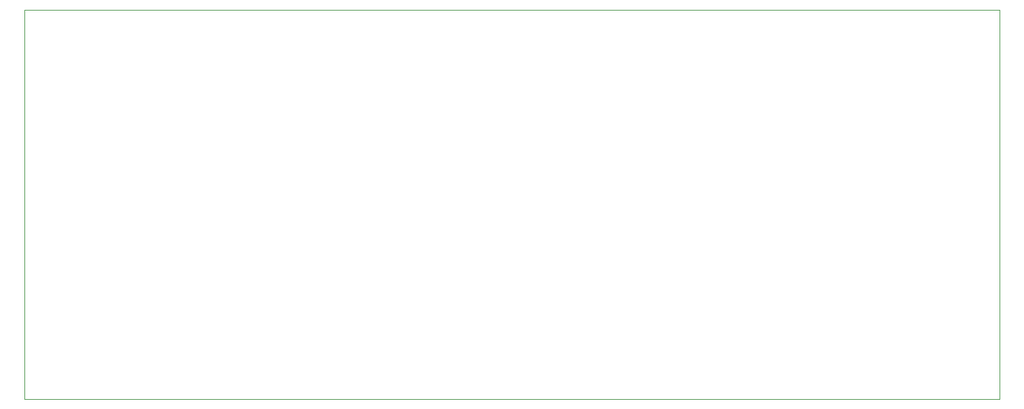
<source format=gbr>
%TF.GenerationSoftware,Altium Limited,Altium Designer,22.1.2 (22)*%
G04 Layer_Color=0*
%FSLAX45Y45*%
%MOMM*%
%TF.SameCoordinates,3CA235EB-07BA-4011-868A-CA015CDCDCF0*%
%TF.FilePolarity,Positive*%
%TF.FileFunction,Profile,NP*%
%TF.Part,Single*%
G01*
G75*
%TA.AperFunction,Profile*%
%ADD168C,0.02540*%
D168*
Y5000000D02*
Y0D01*
X12500000D01*
Y5000000D01*
X0D01*
%TF.MD5,a252fcf643fe8f419cfc65fd3c6e82c8*%
M02*

</source>
